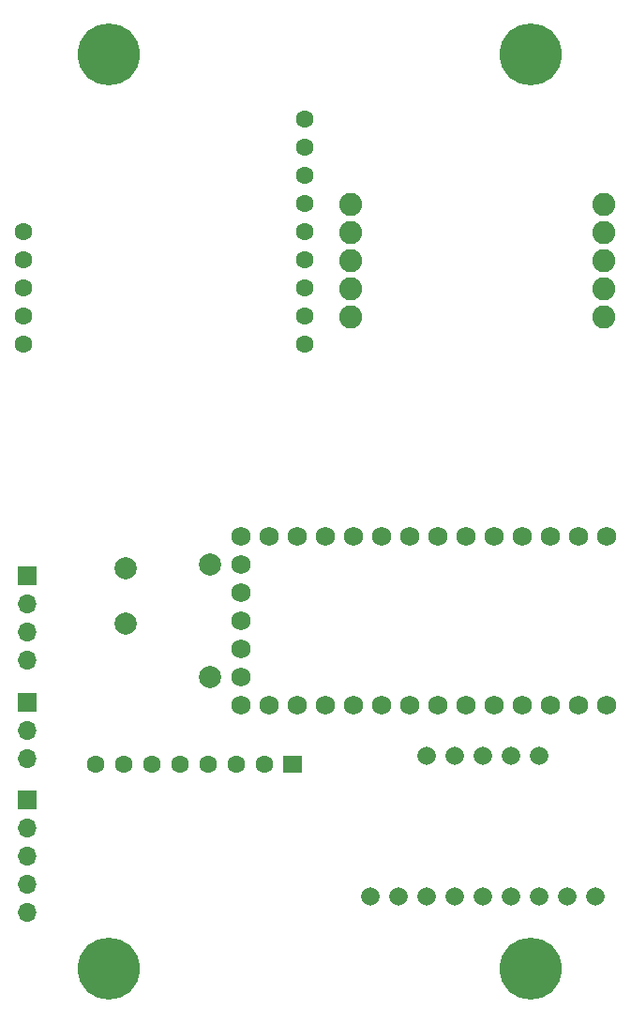
<source format=gbr>
%TF.GenerationSoftware,KiCad,Pcbnew,7.0.10-7.0.10~ubuntu22.04.1*%
%TF.CreationDate,2025-01-30T16:28:09-05:00*%
%TF.ProjectId,board_one_teensy_22,626f6172-645f-46f6-9e65-5f7465656e73,rev?*%
%TF.SameCoordinates,Original*%
%TF.FileFunction,Soldermask,Bot*%
%TF.FilePolarity,Negative*%
%FSLAX46Y46*%
G04 Gerber Fmt 4.6, Leading zero omitted, Abs format (unit mm)*
G04 Created by KiCad (PCBNEW 7.0.10-7.0.10~ubuntu22.04.1) date 2025-01-30 16:28:09*
%MOMM*%
%LPD*%
G01*
G04 APERTURE LIST*
%ADD10C,3.600000*%
%ADD11C,5.600000*%
%ADD12R,1.780000X1.600000*%
%ADD13C,1.600000*%
%ADD14R,1.700000X1.700000*%
%ADD15O,1.700000X1.700000*%
%ADD16C,2.000000*%
%ADD17C,1.665000*%
%ADD18C,1.734000*%
%ADD19C,2.082800*%
G04 APERTURE END LIST*
D10*
%TO.C,H2*%
X156700000Y-53300000D03*
D11*
X156700000Y-53300000D03*
%TD*%
D12*
%TO.C,U3*%
X135190000Y-117348000D03*
D13*
X132650000Y-117348000D03*
X130110000Y-117348000D03*
X127570000Y-117348000D03*
X125030000Y-117348000D03*
X122490000Y-117348000D03*
X119950000Y-117348000D03*
X117410000Y-117348000D03*
%TD*%
D14*
%TO.C,Pyro1*%
X111300000Y-120580000D03*
D15*
X111300000Y-123120000D03*
X111300000Y-125660000D03*
X111300000Y-128200000D03*
X111300000Y-130740000D03*
%TD*%
D10*
%TO.C,H3*%
X118600000Y-135800000D03*
D11*
X118600000Y-135800000D03*
%TD*%
D10*
%TO.C,H4*%
X156700000Y-135800000D03*
D11*
X156700000Y-135800000D03*
%TD*%
D16*
%TO.C,U6*%
X120142000Y-99648000D03*
X120142000Y-104648000D03*
%TD*%
D13*
%TO.C,U4*%
X136365000Y-79460000D03*
X136365000Y-76920000D03*
X136365000Y-74380000D03*
X136365000Y-71840000D03*
X136365000Y-69300000D03*
X136365000Y-66760000D03*
X136365000Y-64220000D03*
X136365000Y-61680000D03*
X136365000Y-59140000D03*
X110965000Y-69300000D03*
X110965000Y-71840000D03*
X110965000Y-74380000D03*
X110965000Y-76920000D03*
X110965000Y-79460000D03*
%TD*%
D17*
%TO.C,J3*%
X142240000Y-129286000D03*
X144780000Y-129286000D03*
X147320000Y-129286000D03*
X149860000Y-129286000D03*
X152400000Y-129286000D03*
X154940000Y-129286000D03*
X157480000Y-129286000D03*
X160020000Y-129286000D03*
X162560000Y-129286000D03*
X157480000Y-116586000D03*
X154940000Y-116586000D03*
X152400000Y-116586000D03*
X149860000Y-116586000D03*
X147320000Y-116586000D03*
%TD*%
D18*
%TO.C,U1*%
X161060000Y-96800000D03*
X158520000Y-96800000D03*
X155980000Y-96800000D03*
X153440000Y-96800000D03*
X130580000Y-101880000D03*
X158520000Y-112040000D03*
X150900000Y-96800000D03*
X148360000Y-96800000D03*
X145820000Y-96800000D03*
X143280000Y-96800000D03*
X140740000Y-96800000D03*
X138200000Y-96800000D03*
X135660000Y-96800000D03*
X133120000Y-96800000D03*
X130580000Y-96800000D03*
X130580000Y-112040000D03*
X133120000Y-112040000D03*
X135660000Y-112040000D03*
X138200000Y-112040000D03*
X140740000Y-112040000D03*
X143280000Y-112040000D03*
X145820000Y-112040000D03*
X148360000Y-112040000D03*
X150900000Y-112040000D03*
X153440000Y-112040000D03*
X155980000Y-112040000D03*
X163600000Y-96800000D03*
X130580000Y-104420000D03*
X161060000Y-112040000D03*
X130580000Y-109500000D03*
X130580000Y-106960000D03*
X130580000Y-99340000D03*
X163600000Y-112040000D03*
%TD*%
D19*
%TO.C,U2*%
X163293500Y-66770000D03*
X163293500Y-69310000D03*
X163293500Y-71850000D03*
X163293500Y-74390000D03*
X163293500Y-76930000D03*
X140433500Y-66770000D03*
X140433500Y-69310000D03*
X140433500Y-71850000D03*
X140433500Y-74390000D03*
X140433500Y-76930000D03*
%TD*%
D14*
%TO.C,Power1*%
X111290000Y-100360000D03*
D15*
X111290000Y-102900000D03*
X111290000Y-105440000D03*
X111290000Y-107980000D03*
%TD*%
D10*
%TO.C,H1*%
X118600000Y-53300000D03*
D11*
X118600000Y-53300000D03*
%TD*%
D14*
%TO.C,Stepper1*%
X111300000Y-111760000D03*
D15*
X111300000Y-114300000D03*
X111300000Y-116840000D03*
%TD*%
D16*
%TO.C,U5*%
X127762000Y-99314000D03*
X127762000Y-109514000D03*
%TD*%
M02*

</source>
